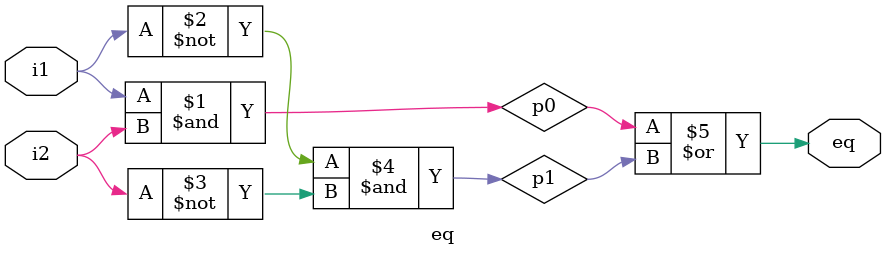
<source format=v>
`timescale 1ns / 1ps
module eq(
    input i1,
    input i2,
    output eq
    );
	 
		wire p0, p1;
		
		assign p0 = i1 & i2;
		assign p1 = ~i1 & ~i2;

		assign eq = p0 | p1;
		
endmodule

</source>
